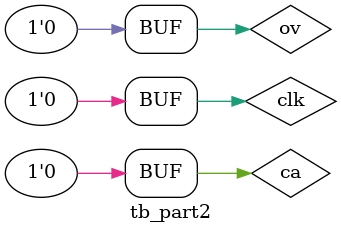
<source format=sv>
`timescale 1ns/100ps
module tb_part2
#(parameter N=4)();
	 
	logic [N-1:0] A, B;
	logic ov, ca, sub;
	logic clk;
	initial begin
		A = 4'b0;
		B = 4'd0;
		sub = 0;
		ov = 0;
		ca = 0;
	end
	always begin
	 #5 clk = 1'b1;
	 #5 clk = 1'b0;
	 end
	 
	 always @(posedge clk)begin
	   sub = 0;
	   A = 4'd1;
	   B = 4'd13;
	   #50;
	   sub = 1;
	   A = 4'd1;
	   B = 4'd3;
	   #50;
	   
	   end
	   
	Lab6_part2 #(.N(N))dut
		(.clk(clk), 
		.A(A),
		.S(B), .overflow(ov),
		.carry(ca), .add_sub(sub));

	
endmodule


</source>
